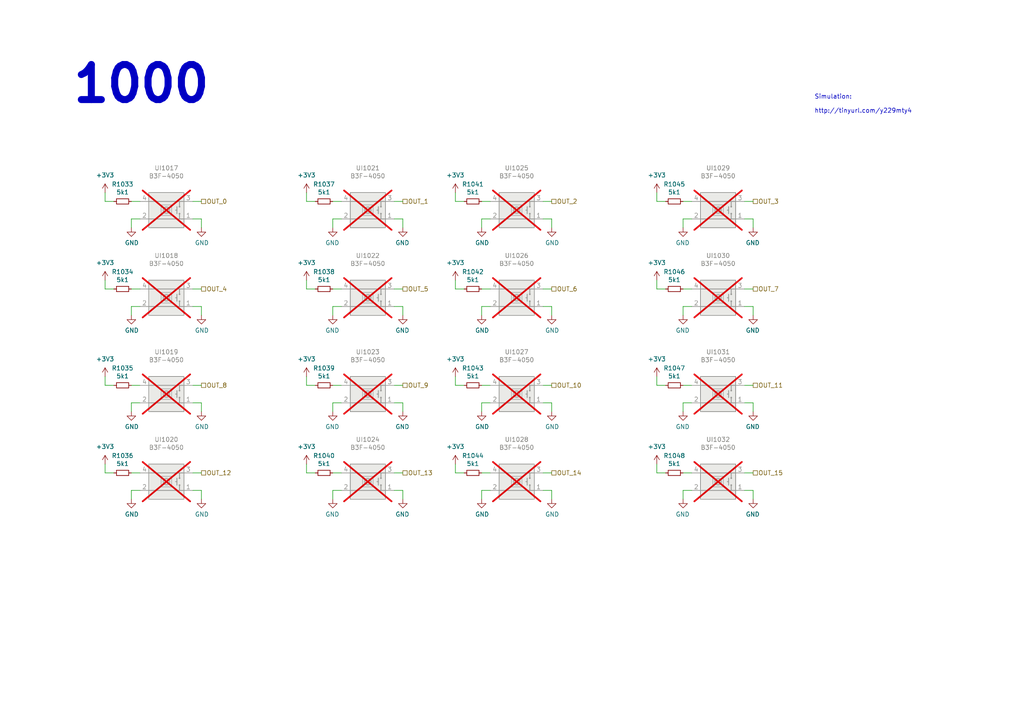
<source format=kicad_sch>
(kicad_sch (version 20231120) (generator "eeschema") (generator_version "8.0")
  (paper "A4")
  (lib_symbols
    (symbol "power:+3V3" (power) (pin_names (offset 0))
      (property "Value" "+3V3" (at 0 3.556 0))
      (symbol "+3V3_0_1"
        (polyline (pts (xy -0.762 1.27) (xy 0 2.54)))
        (polyline (pts (xy 0 0) (xy 0 2.54)))
        (polyline (pts (xy 0 2.54) (xy 0.762 1.27)))
      )
      (symbol "+3V3_1_1"
        (pin power_in line (at 0 0 90) (length 0) hide (name "+3V3") (number "1"))
      )
    )
    (symbol "power:GND" (power) (pin_names (offset 0))
      (property "Value" "GND" (at 0 -3.81 0))
      (symbol "GND_0_1"
        (polyline (pts (xy 0 0) (xy 0 -1.27) (xy 1.27 -1.27) (xy 0 -2.54) (xy -1.27 -1.27) (xy 0 -1.27)))
      )
      (symbol "GND_1_1"
        (pin power_in line (at 0 0 270) (length 0) hide (name "GND") (number "1"))
      )
    )
    (symbol "suku_basics:RES" (pin_numbers hide) (pin_names (offset 0.254) hide)
      (property "Reference" "R" (at 0.762 0.508 0))
      (property "Value" "RES" (at 0.762 -1.016 0))
      (symbol "RES_1_1"
        (rectangle (start -0.762 1.778) (end 0.762 -1.778) (stroke (width 0.2032)))
        (pin passive line (at 0 2.54 270) (length 0.762) (name "~") (number "1"))
        (pin passive line (at 0 -2.54 90) (length 0.762) (name "~") (number "2"))
      )
    )
    (symbol "suku_basics:UI_Pushbutton_Omron" (pin_names (offset 0.254) hide)
      (property "Reference" "UI" (at 0 11.684 0))
      (property "Value" "UI_Pushbutton_Omron" (at 0 -11.684 0))
      (symbol "UI_Pushbutton_Omron_0_1"
        (rectangle (start -5.08 5.08) (end 5.08 -5.08) (stroke (width 0.254)) (fill (type background)))
        (rectangle (start -1.524 1.524) (end 1.524 -1.524))
        (polyline (pts (xy 3.048 0) (xy 2.667 0)) (stroke (width 0.254)))
        (polyline (pts (xy 3.048 1.016) (xy 3.048 -1.016)) (stroke (width 0.254)))
        (polyline (pts (xy 5.08 -2.54) (xy 3.81 -2.54) (xy 3.81 -1.016)) (stroke (width 0.254)))
        (polyline (pts (xy 5.08 2.54) (xy 3.81 2.54) (xy 3.81 1.016)) (stroke (width 0.254)))
        (circle (center 0 0) (radius 0.762))
        (circle (center 0 0) (radius 1.016))
        (circle (center 3.81 -1.016) (radius 0.127) (stroke (width 0.254)))
        (circle (center 3.81 1.016) (radius 0.127) (stroke (width 0.254)))
      )
      (symbol "UI_Pushbutton_Omron_1_1"
        (polyline (pts (xy 3.81 -2.54) (xy 3.048 -2.54) (xy -5.08 -2.54)) (stroke (width 0.254)))
        (polyline (pts (xy 3.81 2.54) (xy 3.048 2.54) (xy -5.08 2.54)) (stroke (width 0.254)))
        (pin passive line (at 7.62 -2.54 180) (length 2.54) (name "1") (number "1"))
        (pin passive line (at -7.62 -2.54 0) (length 2.54) (name "2") (number "2"))
        (pin passive line (at 7.62 2.54 180) (length 2.54) (name "3") (number "3"))
        (pin passive line (at -7.62 2.54 0) (length 2.54) (name "4") (number "4"))
        (pin no_connect line (at 0 -7.62 90) (length 2.54) hide (name "5") (number "5"))
        (pin no_connect line (at 0 7.62 270) (length 2.54) hide (name "6") (number "6"))
      )
    )
  )
  (wire (pts (xy 132.08 55.88) (xy 132.08 58.42)))
  (wire (pts (xy 142.24 111.76) (xy 139.7 111.76)))
  (wire (pts (xy 157.48 58.42) (xy 160.02 58.42)))
  (wire (pts (xy 200.66 58.42) (xy 198.12 58.42)))
  (wire (pts (xy 58.42 63.5) (xy 55.88 63.5)))
  (wire (pts (xy 116.84 116.84) (xy 114.3 116.84)))
  (wire (pts (xy 30.48 81.28) (xy 30.48 83.82)))
  (wire (pts (xy 198.12 119.38) (xy 198.12 116.84)))
  (wire (pts (xy 160.02 63.5) (xy 157.48 63.5)))
  (wire (pts (xy 190.5 111.76) (xy 193.04 111.76)))
  (wire (pts (xy 132.08 81.28) (xy 132.08 83.82)))
  (wire (pts (xy 218.44 137.16) (xy 215.9 137.16)))
  (wire (pts (xy 198.12 66.04) (xy 198.12 63.5)))
  (wire (pts (xy 99.06 111.76) (xy 96.52 111.76)))
  (wire (pts (xy 218.44 58.42) (xy 215.9 58.42)))
  (wire (pts (xy 40.64 111.76) (xy 38.1 111.76)))
  (wire (pts (xy 30.48 55.88) (xy 30.48 58.42)))
  (wire (pts (xy 116.84 111.76) (xy 114.3 111.76)))
  (wire (pts (xy 142.24 58.42) (xy 139.7 58.42)))
  (wire (pts (xy 218.44 63.5) (xy 215.9 63.5)))
  (wire (pts (xy 139.7 116.84) (xy 142.24 116.84)))
  (wire (pts (xy 218.44 88.9) (xy 215.9 88.9)))
  (wire (pts (xy 96.52 63.5) (xy 99.06 63.5)))
  (wire (pts (xy 218.44 91.44) (xy 218.44 88.9)))
  (wire (pts (xy 58.42 116.84) (xy 55.88 116.84)))
  (wire (pts (xy 55.88 111.76) (xy 58.42 111.76)))
  (wire (pts (xy 160.02 119.38) (xy 160.02 116.84)))
  (wire (pts (xy 88.9 58.42) (xy 88.9 55.88)))
  (wire (pts (xy 99.06 58.42) (xy 96.52 58.42)))
  (wire (pts (xy 160.02 66.04) (xy 160.02 63.5)))
  (wire (pts (xy 157.48 83.82) (xy 160.02 83.82)))
  (wire (pts (xy 40.64 83.82) (xy 38.1 83.82)))
  (wire (pts (xy 198.12 63.5) (xy 200.66 63.5)))
  (wire (pts (xy 190.5 83.82) (xy 190.5 81.28)))
  (wire (pts (xy 116.84 91.44) (xy 116.84 88.9)))
  (wire (pts (xy 198.12 88.9) (xy 200.66 88.9)))
  (wire (pts (xy 132.08 83.82) (xy 134.62 83.82)))
  (wire (pts (xy 38.1 142.24) (xy 40.64 142.24)))
  (wire (pts (xy 38.1 144.78) (xy 38.1 142.24)))
  (wire (pts (xy 38.1 119.38) (xy 38.1 116.84)))
  (wire (pts (xy 30.48 137.16) (xy 33.02 137.16)))
  (wire (pts (xy 139.7 88.9) (xy 142.24 88.9)))
  (wire (pts (xy 200.66 83.82) (xy 198.12 83.82)))
  (wire (pts (xy 218.44 144.78) (xy 218.44 142.24)))
  (wire (pts (xy 88.9 137.16) (xy 88.9 134.62)))
  (wire (pts (xy 198.12 142.24) (xy 200.66 142.24)))
  (wire (pts (xy 58.42 142.24) (xy 55.88 142.24)))
  (wire (pts (xy 116.84 63.5) (xy 114.3 63.5)))
  (wire (pts (xy 38.1 63.5) (xy 40.64 63.5)))
  (wire (pts (xy 99.06 83.82) (xy 96.52 83.82)))
  (wire (pts (xy 55.88 58.42) (xy 58.42 58.42)))
  (wire (pts (xy 30.48 109.22) (xy 30.48 111.76)))
  (wire (pts (xy 160.02 91.44) (xy 160.02 88.9)))
  (wire (pts (xy 55.88 83.82) (xy 58.42 83.82)))
  (wire (pts (xy 160.02 116.84) (xy 157.48 116.84)))
  (wire (pts (xy 96.52 116.84) (xy 99.06 116.84)))
  (wire (pts (xy 139.7 66.04) (xy 139.7 63.5)))
  (wire (pts (xy 116.84 58.42) (xy 114.3 58.42)))
  (wire (pts (xy 96.52 142.24) (xy 99.06 142.24)))
  (wire (pts (xy 96.52 91.44) (xy 96.52 88.9)))
  (wire (pts (xy 190.5 83.82) (xy 193.04 83.82)))
  (wire (pts (xy 218.44 116.84) (xy 215.9 116.84)))
  (wire (pts (xy 38.1 116.84) (xy 40.64 116.84)))
  (wire (pts (xy 157.48 137.16) (xy 160.02 137.16)))
  (wire (pts (xy 116.84 83.82) (xy 114.3 83.82)))
  (wire (pts (xy 160.02 144.78) (xy 160.02 142.24)))
  (wire (pts (xy 139.7 142.24) (xy 142.24 142.24)))
  (wire (pts (xy 218.44 83.82) (xy 215.9 83.82)))
  (wire (pts (xy 190.5 58.42) (xy 193.04 58.42)))
  (wire (pts (xy 218.44 66.04) (xy 218.44 63.5)))
  (wire (pts (xy 40.64 137.16) (xy 38.1 137.16)))
  (wire (pts (xy 116.84 144.78) (xy 116.84 142.24)))
  (wire (pts (xy 190.5 137.16) (xy 193.04 137.16)))
  (wire (pts (xy 58.42 66.04) (xy 58.42 63.5)))
  (wire (pts (xy 198.12 116.84) (xy 200.66 116.84)))
  (wire (pts (xy 198.12 91.44) (xy 198.12 88.9)))
  (wire (pts (xy 40.64 58.42) (xy 38.1 58.42)))
  (wire (pts (xy 190.5 58.42) (xy 190.5 55.88)))
  (wire (pts (xy 88.9 83.82) (xy 91.44 83.82)))
  (wire (pts (xy 116.84 137.16) (xy 114.3 137.16)))
  (wire (pts (xy 55.88 137.16) (xy 58.42 137.16)))
  (wire (pts (xy 30.48 134.62) (xy 30.48 137.16)))
  (wire (pts (xy 132.08 109.22) (xy 132.08 111.76)))
  (wire (pts (xy 218.44 111.76) (xy 215.9 111.76)))
  (wire (pts (xy 99.06 137.16) (xy 96.52 137.16)))
  (wire (pts (xy 132.08 111.76) (xy 134.62 111.76)))
  (wire (pts (xy 88.9 83.82) (xy 88.9 81.28)))
  (wire (pts (xy 142.24 83.82) (xy 139.7 83.82)))
  (wire (pts (xy 58.42 91.44) (xy 58.42 88.9)))
  (wire (pts (xy 88.9 111.76) (xy 91.44 111.76)))
  (wire (pts (xy 30.48 111.76) (xy 33.02 111.76)))
  (wire (pts (xy 88.9 137.16) (xy 91.44 137.16)))
  (wire (pts (xy 142.24 137.16) (xy 139.7 137.16)))
  (wire (pts (xy 96.52 144.78) (xy 96.52 142.24)))
  (wire (pts (xy 58.42 144.78) (xy 58.42 142.24)))
  (wire (pts (xy 38.1 91.44) (xy 38.1 88.9)))
  (wire (pts (xy 30.48 83.82) (xy 33.02 83.82)))
  (wire (pts (xy 116.84 142.24) (xy 114.3 142.24)))
  (wire (pts (xy 38.1 66.04) (xy 38.1 63.5)))
  (wire (pts (xy 190.5 111.76) (xy 190.5 109.22)))
  (wire (pts (xy 218.44 119.38) (xy 218.44 116.84)))
  (wire (pts (xy 190.5 137.16) (xy 190.5 134.62)))
  (wire (pts (xy 218.44 142.24) (xy 215.9 142.24)))
  (wire (pts (xy 58.42 119.38) (xy 58.42 116.84)))
  (wire (pts (xy 200.66 111.76) (xy 198.12 111.76)))
  (wire (pts (xy 38.1 88.9) (xy 40.64 88.9)))
  (wire (pts (xy 58.42 88.9) (xy 55.88 88.9)))
  (wire (pts (xy 116.84 119.38) (xy 116.84 116.84)))
  (wire (pts (xy 139.7 144.78) (xy 139.7 142.24)))
  (wire (pts (xy 96.52 119.38) (xy 96.52 116.84)))
  (wire (pts (xy 157.48 111.76) (xy 160.02 111.76)))
  (wire (pts (xy 116.84 88.9) (xy 114.3 88.9)))
  (wire (pts (xy 96.52 88.9) (xy 99.06 88.9)))
  (wire (pts (xy 198.12 144.78) (xy 198.12 142.24)))
  (wire (pts (xy 160.02 88.9) (xy 157.48 88.9)))
  (wire (pts (xy 139.7 91.44) (xy 139.7 88.9)))
  (wire (pts (xy 132.08 134.62) (xy 132.08 137.16)))
  (wire (pts (xy 139.7 63.5) (xy 142.24 63.5)))
  (wire (pts (xy 160.02 142.24) (xy 157.48 142.24)))
  (wire (pts (xy 139.7 119.38) (xy 139.7 116.84)))
  (wire (pts (xy 116.84 66.04) (xy 116.84 63.5)))
  (wire (pts (xy 132.08 137.16) (xy 134.62 137.16)))
  (wire (pts (xy 200.66 137.16) (xy 198.12 137.16)))
  (wire (pts (xy 88.9 58.42) (xy 91.44 58.42)))
  (wire (pts (xy 88.9 111.76) (xy 88.9 109.22)))
  (wire (pts (xy 30.48 58.42) (xy 33.02 58.42)))
  (wire (pts (xy 96.52 66.04) (xy 96.52 63.5)))
  (wire (pts (xy 132.08 58.42) (xy 134.62 58.42)))
  (text "1000" (at 20.32 30.48 0) (effects (font (size 10.16 10.16) (thickness 2.032) (bold yes)) (justify left bottom)))
  (text "Simulation:\n\nhttp://tinyurl.com/y229mty4" (at 236.22 33.02 0) (effects (font (size 1.27 1.27)) (justify left bottom)))
  (hierarchical_label "OUT_3" (shape passive) (at 218.44 58.42 0))
  (hierarchical_label "OUT_5" (shape passive) (at 116.84 83.82 0))
  (hierarchical_label "OUT_13" (shape passive) (at 116.84 137.16 0))
  (hierarchical_label "OUT_2" (shape passive) (at 160.02 58.42 0))
  (hierarchical_label "OUT_12" (shape passive) (at 58.42 137.16 0))
  (hierarchical_label "OUT_11" (shape passive) (at 218.44 111.76 0))
  (hierarchical_label "OUT_10" (shape passive) (at 160.02 111.76 0))
  (hierarchical_label "OUT_0" (shape passive) (at 58.42 58.42 0))
  (hierarchical_label "OUT_7" (shape passive) (at 218.44 83.82 0))
  (hierarchical_label "OUT_6" (shape passive) (at 160.02 83.82 0))
  (hierarchical_label "OUT_9" (shape passive) (at 116.84 111.76 0))
  (hierarchical_label "OUT_8" (shape passive) (at 58.42 111.76 0))
  (hierarchical_label "OUT_1" (shape passive) (at 116.84 58.42 0))
  (hierarchical_label "OUT_4" (shape passive) (at 58.42 83.82 0))
  (hierarchical_label "OUT_14" (shape passive) (at 160.02 137.16 0))
  (hierarchical_label "OUT_15" (shape passive) (at 218.44 137.16 0))
  (symbol (lib_id "suku_basics:UI_Pushbutton_Omron") (at 48.26 139.7 0) (unit 1) (dnp yes)
    (property "Reference" "UI1020" (at 48.26 127.4826 0))
    (property "Value" "B3F-4050" (at 48.26 129.794 0))
    (property "Footprint" "suku_basics:UI_BUTTON_OMRON" (effects (hide yes)))
  )
  (symbol (lib_id "suku_basics:UI_Pushbutton_Omron") (at 106.68 139.7 0) (unit 1) (dnp yes)
    (property "Reference" "UI1024" (at 106.68 127.4826 0))
    (property "Value" "B3F-4050" (at 106.68 129.794 0))
    (property "Footprint" "suku_basics:UI_BUTTON_OMRON" (effects (hide yes)))
  )
  (symbol (lib_id "suku_basics:UI_Pushbutton_Omron") (at 149.86 139.7 0) (unit 1) (dnp yes)
    (property "Reference" "UI1028" (at 149.86 127.4826 0))
    (property "Value" "B3F-4050" (at 149.86 129.794 0))
    (property "Footprint" "suku_basics:UI_BUTTON_OMRON" (effects (hide yes)))
  )
  (symbol (lib_id "suku_basics:UI_Pushbutton_Omron") (at 208.28 139.7 0) (unit 1) (dnp yes)
    (property "Reference" "UI1032" (at 208.28 127.4826 0))
    (property "Value" "B3F-4050" (at 208.28 129.794 0))
    (property "Footprint" "suku_basics:UI_BUTTON_OMRON" (effects (hide yes)))
  )
  (symbol (lib_id "power:GND") (at 38.1 144.78 0) (unit 1)
    (property "Reference" "#PWR01064" (effects (hide yes)))
    (property "Value" "GND" (at 38.227 149.1742 0))
  )
  (symbol (lib_id "power:GND") (at 58.42 144.78 0) (unit 1)
    (property "Reference" "#PWR01068" (effects (hide yes)))
    (property "Value" "GND" (at 58.547 149.1742 0))
  )
  (symbol (lib_id "suku_basics:RES") (at 35.56 137.16 270) (unit 1)
    (property "Reference" "R1036" (at 35.56 132.1816 90))
    (property "Value" "5k1" (at 35.56 134.493 90))
    (property "Footprint" "suku_basics:RES_0402" (effects (hide yes)))
  )
  (symbol (lib_id "power:GND") (at 116.84 144.78 0) (mirror y) (unit 1)
    (property "Reference" "#PWR01080" (effects (hide yes)))
    (property "Value" "GND" (at 116.713 149.1742 0))
  )
  (symbol (lib_id "power:GND") (at 96.52 144.78 0) (mirror y) (unit 1)
    (property "Reference" "#PWR01076" (effects (hide yes)))
    (property "Value" "GND" (at 96.393 149.1742 0))
  )
  (symbol (lib_id "suku_basics:RES") (at 93.98 137.16 270) (unit 1)
    (property "Reference" "R1040" (at 93.98 132.1816 90))
    (property "Value" "5k1" (at 93.98 134.493 90))
    (property "Footprint" "suku_basics:RES_0402" (effects (hide yes)))
  )
  (symbol (lib_id "power:GND") (at 139.7 144.78 0) (unit 1)
    (property "Reference" "#PWR01088" (effects (hide yes)))
    (property "Value" "GND" (at 139.827 149.1742 0))
  )
  (symbol (lib_id "power:GND") (at 160.02 144.78 0) (unit 1)
    (property "Reference" "#PWR01092" (effects (hide yes)))
    (property "Value" "GND" (at 160.147 149.1742 0))
  )
  (symbol (lib_id "suku_basics:RES") (at 137.16 137.16 270) (unit 1)
    (property "Reference" "R1044" (at 137.16 132.1816 90))
    (property "Value" "5k1" (at 137.16 134.493 90))
    (property "Footprint" "suku_basics:RES_0402" (effects (hide yes)))
  )
  (symbol (lib_id "power:GND") (at 218.44 144.78 0) (mirror y) (unit 1)
    (property "Reference" "#PWR01104" (effects (hide yes)))
    (property "Value" "GND" (at 218.313 149.1742 0))
  )
  (symbol (lib_id "power:GND") (at 198.12 144.78 0) (mirror y) (unit 1)
    (property "Reference" "#PWR01100" (effects (hide yes)))
    (property "Value" "GND" (at 197.993 149.1742 0))
  )
  (symbol (lib_id "suku_basics:RES") (at 195.58 137.16 270) (unit 1)
    (property "Reference" "R1048" (at 195.58 132.1816 90))
    (property "Value" "5k1" (at 195.58 134.493 90))
    (property "Footprint" "suku_basics:RES_0402" (effects (hide yes)))
  )
  (symbol (lib_id "power:GND") (at 96.52 66.04 0) (mirror y) (unit 1)
    (property "Reference" "#PWR01073" (effects (hide yes)))
    (property "Value" "GND" (at 96.393 70.4342 0))
  )
  (symbol (lib_id "power:GND") (at 218.44 91.44 0) (mirror y) (unit 1)
    (property "Reference" "#PWR01102" (effects (hide yes)))
    (property "Value" "GND" (at 218.313 95.8342 0))
  )
  (symbol (lib_id "power:+3V3") (at 132.08 109.22 0) (unit 1)
    (property "Reference" "#PWR01083" (effects (hide yes)))
    (property "Value" "+3V3" (at 132.08 104.14 0))
  )
  (symbol (lib_id "power:GND") (at 96.52 91.44 0) (mirror y) (unit 1)
    (property "Reference" "#PWR01074" (effects (hide yes)))
    (property "Value" "GND" (at 96.393 95.8342 0))
  )
  (symbol (lib_id "suku_basics:RES") (at 137.16 58.42 270) (unit 1)
    (property "Reference" "R1041" (at 137.16 53.4416 90))
    (property "Value" "5k1" (at 137.16 55.753 90))
    (property "Footprint" "suku_basics:RES_0402" (effects (hide yes)))
  )
  (symbol (lib_id "power:GND") (at 96.52 119.38 0) (mirror y) (unit 1)
    (property "Reference" "#PWR01075" (effects (hide yes)))
    (property "Value" "GND" (at 96.393 123.7742 0))
  )
  (symbol (lib_id "power:+3V3") (at 190.5 109.22 0) (mirror y) (unit 1)
    (property "Reference" "#PWR01095" (effects (hide yes)))
    (property "Value" "+3V3" (at 190.5 104.14 0))
  )
  (symbol (lib_id "power:+3V3") (at 30.48 134.62 0) (unit 1)
    (property "Reference" "#PWR01060" (effects (hide yes)))
    (property "Value" "+3V3" (at 30.48 129.54 0))
  )
  (symbol (lib_id "suku_basics:UI_Pushbutton_Omron") (at 106.68 86.36 0) (unit 1) (dnp yes)
    (property "Reference" "UI1022" (at 106.68 74.1426 0))
    (property "Value" "B3F-4050" (at 106.68 76.454 0))
    (property "Footprint" "suku_basics:UI_BUTTON_OMRON" (effects (hide yes)))
  )
  (symbol (lib_id "power:+3V3") (at 132.08 134.62 0) (unit 1)
    (property "Reference" "#PWR01084" (effects (hide yes)))
    (property "Value" "+3V3" (at 132.08 129.54 0))
  )
  (symbol (lib_id "power:+3V3") (at 132.08 81.28 0) (unit 1)
    (property "Reference" "#PWR01082" (effects (hide yes)))
    (property "Value" "+3V3" (at 132.08 76.2 0))
  )
  (symbol (lib_id "power:GND") (at 38.1 119.38 0) (unit 1)
    (property "Reference" "#PWR01063" (effects (hide yes)))
    (property "Value" "GND" (at 38.227 123.7742 0))
  )
  (symbol (lib_id "suku_basics:UI_Pushbutton_Omron") (at 149.86 114.3 0) (unit 1) (dnp yes)
    (property "Reference" "UI1027" (at 149.86 102.0826 0))
    (property "Value" "B3F-4050" (at 149.86 104.394 0))
    (property "Footprint" "suku_basics:UI_BUTTON_OMRON" (effects (hide yes)))
  )
  (symbol (lib_id "suku_basics:UI_Pushbutton_Omron") (at 106.68 114.3 0) (unit 1) (dnp yes)
    (property "Reference" "UI1023" (at 106.68 102.0826 0))
    (property "Value" "B3F-4050" (at 106.68 104.394 0))
    (property "Footprint" "suku_basics:UI_BUTTON_OMRON" (effects (hide yes)))
  )
  (symbol (lib_id "power:GND") (at 58.42 119.38 0) (unit 1)
    (property "Reference" "#PWR01067" (effects (hide yes)))
    (property "Value" "GND" (at 58.547 123.7742 0))
  )
  (symbol (lib_id "suku_basics:RES") (at 93.98 58.42 270) (unit 1)
    (property "Reference" "R1037" (at 93.98 53.4416 90))
    (property "Value" "5k1" (at 93.98 55.753 90))
    (property "Footprint" "suku_basics:RES_0402" (effects (hide yes)))
  )
  (symbol (lib_id "power:GND") (at 139.7 91.44 0) (unit 1)
    (property "Reference" "#PWR01086" (effects (hide yes)))
    (property "Value" "GND" (at 139.827 95.8342 0))
  )
  (symbol (lib_id "power:GND") (at 38.1 66.04 0) (unit 1)
    (property "Reference" "#PWR01061" (effects (hide yes)))
    (property "Value" "GND" (at 38.227 70.4342 0))
  )
  (symbol (lib_id "power:GND") (at 139.7 119.38 0) (unit 1)
    (property "Reference" "#PWR01087" (effects (hide yes)))
    (property "Value" "GND" (at 139.827 123.7742 0))
  )
  (symbol (lib_id "power:GND") (at 198.12 119.38 0) (mirror y) (unit 1)
    (property "Reference" "#PWR01099" (effects (hide yes)))
    (property "Value" "GND" (at 197.993 123.7742 0))
  )
  (symbol (lib_id "power:+3V3") (at 88.9 134.62 0) (mirror y) (unit 1)
    (property "Reference" "#PWR01072" (effects (hide yes)))
    (property "Value" "+3V3" (at 88.9 129.54 0))
  )
  (symbol (lib_id "power:+3V3") (at 190.5 134.62 0) (mirror y) (unit 1)
    (property "Reference" "#PWR01096" (effects (hide yes)))
    (property "Value" "+3V3" (at 190.5 129.54 0))
  )
  (symbol (lib_id "power:GND") (at 116.84 91.44 0) (mirror y) (unit 1)
    (property "Reference" "#PWR01078" (effects (hide yes)))
    (property "Value" "GND" (at 116.713 95.8342 0))
  )
  (symbol (lib_id "suku_basics:UI_Pushbutton_Omron") (at 48.26 114.3 0) (unit 1) (dnp yes)
    (property "Reference" "UI1019" (at 48.26 102.0826 0))
    (property "Value" "B3F-4050" (at 48.26 104.394 0))
    (property "Footprint" "suku_basics:UI_BUTTON_OMRON" (effects (hide yes)))
  )
  (symbol (lib_id "suku_basics:RES") (at 195.58 83.82 270) (unit 1)
    (property "Reference" "R1046" (at 195.58 78.8416 90))
    (property "Value" "5k1" (at 195.58 81.153 90))
    (property "Footprint" "suku_basics:RES_0402" (effects (hide yes)))
  )
  (symbol (lib_id "power:+3V3") (at 30.48 109.22 0) (unit 1)
    (property "Reference" "#PWR01059" (effects (hide yes)))
    (property "Value" "+3V3" (at 30.48 104.14 0))
  )
  (symbol (lib_id "power:GND") (at 160.02 91.44 0) (unit 1)
    (property "Reference" "#PWR01090" (effects (hide yes)))
    (property "Value" "GND" (at 160.147 95.8342 0))
  )
  (symbol (lib_id "suku_basics:RES") (at 195.58 58.42 270) (unit 1)
    (property "Reference" "R1045" (at 195.58 53.4416 90))
    (property "Value" "5k1" (at 195.58 55.753 90))
    (property "Footprint" "suku_basics:RES_0402" (effects (hide yes)))
  )
  (symbol (lib_id "power:+3V3") (at 88.9 55.88 0) (mirror y) (unit 1)
    (property "Reference" "#PWR01069" (effects (hide yes)))
    (property "Value" "+3V3" (at 88.9 50.8 0))
  )
  (symbol (lib_id "power:+3V3") (at 88.9 109.22 0) (mirror y) (unit 1)
    (property "Reference" "#PWR01071" (effects (hide yes)))
    (property "Value" "+3V3" (at 88.9 104.14 0))
  )
  (symbol (lib_id "power:GND") (at 198.12 66.04 0) (mirror y) (unit 1)
    (property "Reference" "#PWR01097" (effects (hide yes)))
    (property "Value" "GND" (at 197.993 70.4342 0))
  )
  (symbol (lib_id "suku_basics:UI_Pushbutton_Omron") (at 208.28 114.3 0) (unit 1) (dnp yes)
    (property "Reference" "UI1031" (at 208.28 102.0826 0))
    (property "Value" "B3F-4050" (at 208.28 104.394 0))
    (property "Footprint" "suku_basics:UI_BUTTON_OMRON" (effects (hide yes)))
  )
  (symbol (lib_id "suku_basics:RES") (at 195.58 111.76 270) (unit 1)
    (property "Reference" "R1047" (at 195.58 106.7816 90))
    (property "Value" "5k1" (at 195.58 109.093 90))
    (property "Footprint" "suku_basics:RES_0402" (effects (hide yes)))
  )
  (symbol (lib_id "suku_basics:UI_Pushbutton_Omron") (at 48.26 60.96 0) (unit 1) (dnp yes)
    (property "Reference" "UI1017" (at 48.26 48.7426 0))
    (property "Value" "B3F-4050" (at 48.26 51.054 0))
    (property "Footprint" "suku_basics:UI_BUTTON_OMRON" (effects (hide yes)))
  )
  (symbol (lib_id "suku_basics:UI_Pushbutton_Omron") (at 106.68 60.96 0) (unit 1) (dnp yes)
    (property "Reference" "UI1021" (at 106.68 48.7426 0))
    (property "Value" "B3F-4050" (at 106.68 51.054 0))
    (property "Footprint" "suku_basics:UI_BUTTON_OMRON" (effects (hide yes)))
  )
  (symbol (lib_id "power:+3V3") (at 30.48 81.28 0) (unit 1)
    (property "Reference" "#PWR01058" (effects (hide yes)))
    (property "Value" "+3V3" (at 30.48 76.2 0))
  )
  (symbol (lib_id "power:GND") (at 218.44 119.38 0) (mirror y) (unit 1)
    (property "Reference" "#PWR01103" (effects (hide yes)))
    (property "Value" "GND" (at 218.313 123.7742 0))
  )
  (symbol (lib_id "power:GND") (at 116.84 119.38 0) (mirror y) (unit 1)
    (property "Reference" "#PWR01079" (effects (hide yes)))
    (property "Value" "GND" (at 116.713 123.7742 0))
  )
  (symbol (lib_id "suku_basics:RES") (at 93.98 111.76 270) (unit 1)
    (property "Reference" "R1039" (at 93.98 106.7816 90))
    (property "Value" "5k1" (at 93.98 109.093 90))
    (property "Footprint" "suku_basics:RES_0402" (effects (hide yes)))
  )
  (symbol (lib_id "power:GND") (at 198.12 91.44 0) (mirror y) (unit 1)
    (property "Reference" "#PWR01098" (effects (hide yes)))
    (property "Value" "GND" (at 197.993 95.8342 0))
  )
  (symbol (lib_id "suku_basics:UI_Pushbutton_Omron") (at 149.86 86.36 0) (unit 1) (dnp yes)
    (property "Reference" "UI1026" (at 149.86 74.1426 0))
    (property "Value" "B3F-4050" (at 149.86 76.454 0))
    (property "Footprint" "suku_basics:UI_BUTTON_OMRON" (effects (hide yes)))
  )
  (symbol (lib_id "power:GND") (at 58.42 66.04 0) (unit 1)
    (property "Reference" "#PWR01065" (effects (hide yes)))
    (property "Value" "GND" (at 58.547 70.4342 0))
  )
  (symbol (lib_id "suku_basics:RES") (at 93.98 83.82 270) (unit 1)
    (property "Reference" "R1038" (at 93.98 78.8416 90))
    (property "Value" "5k1" (at 93.98 81.153 90))
    (property "Footprint" "suku_basics:RES_0402" (effects (hide yes)))
  )
  (symbol (lib_id "power:GND") (at 38.1 91.44 0) (unit 1)
    (property "Reference" "#PWR01062" (effects (hide yes)))
    (property "Value" "GND" (at 38.227 95.8342 0))
  )
  (symbol (lib_id "power:GND") (at 139.7 66.04 0) (unit 1)
    (property "Reference" "#PWR01085" (effects (hide yes)))
    (property "Value" "GND" (at 139.827 70.4342 0))
  )
  (symbol (lib_id "suku_basics:RES") (at 137.16 111.76 270) (unit 1)
    (property "Reference" "R1043" (at 137.16 106.7816 90))
    (property "Value" "5k1" (at 137.16 109.093 90))
    (property "Footprint" "suku_basics:RES_0402" (effects (hide yes)))
  )
  (symbol (lib_id "power:GND") (at 116.84 66.04 0) (mirror y) (unit 1)
    (property "Reference" "#PWR01077" (effects (hide yes)))
    (property "Value" "GND" (at 116.713 70.4342 0))
  )
  (symbol (lib_id "power:GND") (at 58.42 91.44 0) (unit 1)
    (property "Reference" "#PWR01066" (effects (hide yes)))
    (property "Value" "GND" (at 58.547 95.8342 0))
  )
  (symbol (lib_id "suku_basics:UI_Pushbutton_Omron") (at 48.26 86.36 0) (unit 1) (dnp yes)
    (property "Reference" "UI1018" (at 48.26 74.1426 0))
    (property "Value" "B3F-4050" (at 48.26 76.454 0))
    (property "Footprint" "suku_basics:UI_BUTTON_OMRON" (effects (hide yes)))
  )
  (symbol (lib_id "power:+3V3") (at 190.5 81.28 0) (mirror y) (unit 1)
    (property "Reference" "#PWR01094" (effects (hide yes)))
    (property "Value" "+3V3" (at 190.5 76.2 0))
  )
  (symbol (lib_id "power:+3V3") (at 30.48 55.88 0) (unit 1)
    (property "Reference" "#PWR01057" (effects (hide yes)))
    (property "Value" "+3V3" (at 30.48 50.8 0))
  )
  (symbol (lib_id "power:+3V3") (at 190.5 55.88 0) (mirror y) (unit 1)
    (property "Reference" "#PWR01093" (effects (hide yes)))
    (property "Value" "+3V3" (at 190.5 50.8 0))
  )
  (symbol (lib_id "suku_basics:RES") (at 35.56 111.76 270) (unit 1)
    (property "Reference" "R1035" (at 35.56 106.7816 90))
    (property "Value" "5k1" (at 35.56 109.093 90))
    (property "Footprint" "suku_basics:RES_0402" (effects (hide yes)))
  )
  (symbol (lib_id "suku_basics:UI_Pushbutton_Omron") (at 208.28 60.96 0) (unit 1) (dnp yes)
    (property "Reference" "UI1029" (at 208.28 48.7426 0))
    (property "Value" "B3F-4050" (at 208.28 51.054 0))
    (property "Footprint" "suku_basics:UI_BUTTON_OMRON" (effects (hide yes)))
  )
  (symbol (lib_id "suku_basics:RES") (at 35.56 83.82 270) (unit 1)
    (property "Reference" "R1034" (at 35.56 78.8416 90))
    (property "Value" "5k1" (at 35.56 81.153 90))
    (property "Footprint" "suku_basics:RES_0402" (effects (hide yes)))
  )
  (symbol (lib_id "suku_basics:UI_Pushbutton_Omron") (at 149.86 60.96 0) (unit 1) (dnp yes)
    (property "Reference" "UI1025" (at 149.86 48.7426 0))
    (property "Value" "B3F-4050" (at 149.86 51.054 0))
    (property "Footprint" "suku_basics:UI_BUTTON_OMRON" (effects (hide yes)))
  )
  (symbol (lib_id "power:+3V3") (at 88.9 81.28 0) (mirror y) (unit 1)
    (property "Reference" "#PWR01070" (effects (hide yes)))
    (property "Value" "+3V3" (at 88.9 76.2 0))
  )
  (symbol (lib_id "power:GND") (at 218.44 66.04 0) (mirror y) (unit 1)
    (property "Reference" "#PWR01101" (effects (hide yes)))
    (property "Value" "GND" (at 218.313 70.4342 0))
  )
  (symbol (lib_id "suku_basics:RES") (at 35.56 58.42 270) (unit 1)
    (property "Reference" "R1033" (at 35.56 53.4416 90))
    (property "Value" "5k1" (at 35.56 55.753 90))
    (property "Footprint" "suku_basics:RES_0402" (effects (hide yes)))
  )
  (symbol (lib_id "suku_basics:UI_Pushbutton_Omron") (at 208.28 86.36 0) (unit 1) (dnp yes)
    (property "Reference" "UI1030" (at 208.28 74.1426 0))
    (property "Value" "B3F-4050" (at 208.28 76.454 0))
    (property "Footprint" "suku_basics:UI_BUTTON_OMRON" (effects (hide yes)))
  )
  (symbol (lib_id "power:GND") (at 160.02 119.38 0) (unit 1)
    (property "Reference" "#PWR01091" (effects (hide yes)))
    (property "Value" "GND" (at 160.147 123.7742 0))
  )
  (symbol (lib_id "power:GND") (at 160.02 66.04 0) (unit 1)
    (property "Reference" "#PWR01089" (effects (hide yes)))
    (property "Value" "GND" (at 160.147 70.4342 0))
  )
  (symbol (lib_id "suku_basics:RES") (at 137.16 83.82 270) (unit 1)
    (property "Reference" "R1042" (at 137.16 78.8416 90))
    (property "Value" "5k1" (at 137.16 81.153 90))
    (property "Footprint" "suku_basics:RES_0402" (effects (hide yes)))
  )
  (symbol (lib_id "power:+3V3") (at 132.08 55.88 0) (unit 1)
    (property "Reference" "#PWR01081" (effects (hide yes)))
    (property "Value" "+3V3" (at 132.08 50.8 0))
  )
)
</source>
